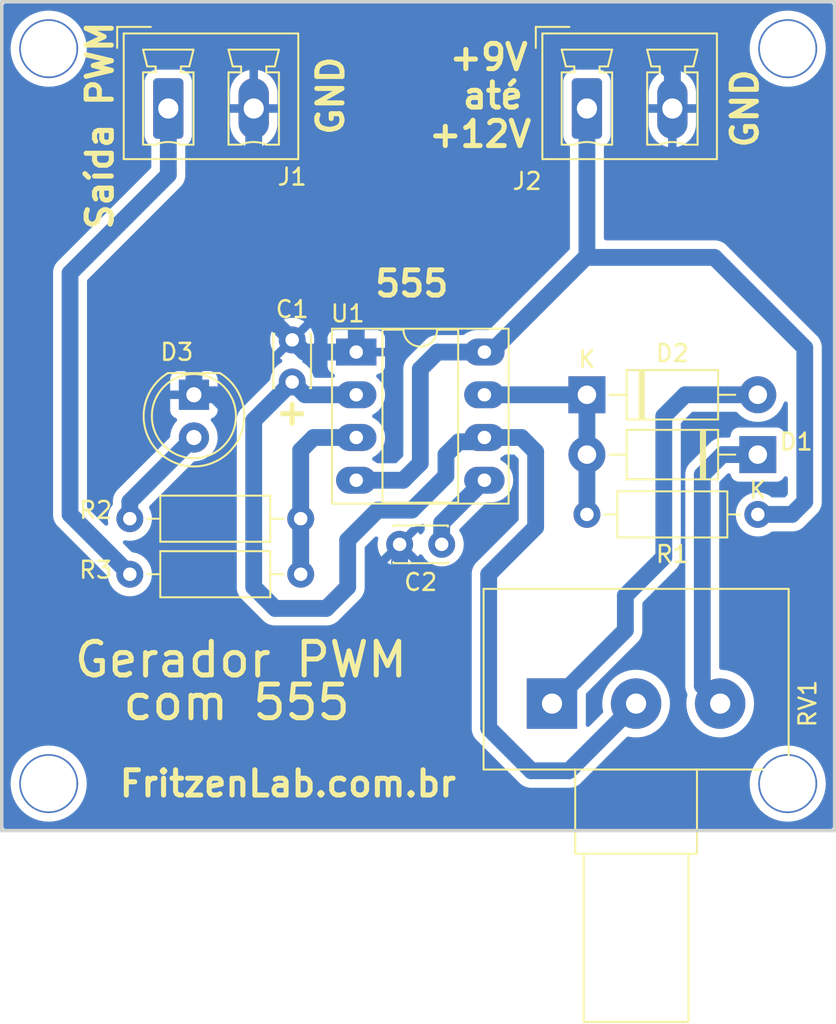
<source format=kicad_pcb>
(kicad_pcb (version 20240108) (generator "pcbnew") (generator_version "8.0")
  (layers (0 "F.Cu" signal) (31 "B.Cu" signal) (34 "B.Paste" user) (35 "F.Paste" user) (36 "B.SilkS" user "B.Silkscreen") (37 "F.SilkS" user "F.Silkscreen") (38 "B.Mask" user) (39 "F.Mask" user) (44 "Edge.Cuts" user))
  (net 0 "")
  (net 1 "VDC")
  (net 2 "Net-(U1-THR)")
  (net 3 "Net-(U1-CV)")
  (net 4 "Net-(D1-A)")
  (net 5 "Net-(D1-K)")
  (net 6 "GND")
  (net 7 "Net-(D2-A)")
  (net 8 "Net-(D3-A)")
  (net 9 "Net-(J1-Pin_1)")
  (net 10 "Net-(U1-Q)")
  (footprint "Diode_THT:D_DO-41_SOD81_P10.16mm_Horizontal" (layer "F.Cu") (at 150.876 107.442)
    (property "Reference" "D2" (at 5.08 -2.47 0) (layer "F.SilkS"))
    (property "Value" "1N4007")
    (fp_line (start 1.34 0) (end 2.36 0) (stroke (width 0.12)) (layer "F.SilkS"))
    (fp_line (start 2.36 -1.47) (end 2.36 1.47) (stroke (width 0.12)) (layer "F.SilkS"))
    (fp_line (start 2.36 1.47) (end 7.8 1.47) (stroke (width 0.12)) (layer "F.SilkS"))
    (fp_line (start 3.14 -1.47) (end 3.14 1.47) (stroke (width 0.12)) (layer "F.SilkS"))
    (fp_line (start 3.26 -1.47) (end 3.26 1.47) (stroke (width 0.12)) (layer "F.SilkS"))
    (fp_line (start 3.38 -1.47) (end 3.38 1.47) (stroke (width 0.12)) (layer "F.SilkS"))
    (fp_line (start 7.8 -1.47) (end 2.36 -1.47) (stroke (width 0.12)) (layer "F.SilkS"))
    (fp_line (start 7.8 1.47) (end 7.8 -1.47) (stroke (width 0.12)) (layer "F.SilkS"))
    (fp_line (start 8.82 0) (end 7.8 0) (stroke (width 0.12)) (layer "F.SilkS"))
    (fp_text user "K" (at 0 -2.1 0) (layer "F.SilkS"))
    (pad "1" thru_hole rect (at 0 0) (size 2.2 2.2) (drill 1.1) (layers "*.Cu" "*.Mask") (net 4 "Net-(D1-A)"))
    (pad "2" thru_hole oval (at 10.16 0) (size 2.2 2.2) (drill 1.1) (layers "*.Cu" "*.Mask") (net 7 "Net-(D2-A)"))
  )
  (footprint "Resistor_THT:R_Axial_DIN0207_L6.3mm_D2.5mm_P10.16mm_Horizontal" (layer "F.Cu") (at 123.698 114.808)
    (property "Reference" "R2" (at -2.032 -0.508 0) (layer "F.SilkS"))
    (property "Value" "1k")
    (fp_line (start 1.04 0) (end 1.81 0) (stroke (width 0.12)) (layer "F.SilkS"))
    (fp_line (start 1.81 -1.37) (end 1.81 1.37) (stroke (width 0.12)) (layer "F.SilkS"))
    (fp_line (start 1.81 1.37) (end 8.35 1.37) (stroke (width 0.12)) (layer "F.SilkS"))
    (fp_line (start 8.35 -1.37) (end 1.81 -1.37) (stroke (width 0.12)) (layer "F.SilkS"))
    (fp_line (start 8.35 1.37) (end 8.35 -1.37) (stroke (width 0.12)) (layer "F.SilkS"))
    (fp_line (start 9.12 0) (end 8.35 0) (stroke (width 0.12)) (layer "F.SilkS"))
    (pad "1" thru_hole circle (at 0 0) (size 1.6 1.6) (drill 0.8) (layers "*.Cu" "*.Mask") (net 8 "Net-(D3-A)"))
    (pad "2" thru_hole oval (at 10.16 0) (size 1.6 1.6) (drill 0.8) (layers "*.Cu" "*.Mask") (net 10 "Net-(U1-Q)"))
  )
  (footprint "Connector_Phoenix_MC_HighVoltage:PhoenixContact_MCV_1,5_2-G-5.08_1x02_P5.08mm_Vertical" (layer "F.Cu") (at 125.984 90.424)
    (property "Reference" "J1" (at 7.366 4.064 0) (layer "F.SilkS"))
    (property "Value" "Saída PWM")
    (fp_line (start -3.04 -4.85) (end -1.04 -4.85) (stroke (width 0.12)) (layer "F.SilkS"))
    (fp_line (start -3.04 -3.6) (end -3.04 -4.85) (stroke (width 0.12)) (layer "F.SilkS"))
    (fp_line (start -2.65 -4.46) (end -2.65 3.01) (stroke (width 0.12)) (layer "F.SilkS"))
    (fp_line (start -2.65 3.01) (end 7.73 3.01) (stroke (width 0.12)) (layer "F.SilkS"))
    (fp_line (start -1.5 -3.5) (end 1.5 -3.5) (stroke (width 0.12)) (layer "F.SilkS"))
    (fp_line (start -1.5 -2.15) (end -0.75 -2.15) (stroke (width 0.12)) (layer "F.SilkS"))
    (fp_line (start -1.5 2.15) (end -1.5 -2.15) (stroke (width 0.12)) (layer "F.SilkS"))
    (fp_line (start -1.25 -2.5) (end -1.5 -3.5) (stroke (width 0.12)) (layer "F.SilkS"))
    (fp_line (start -0.75 -2.5) (end -1.25 -2.5) (stroke (width 0.12)) (layer "F.SilkS"))
    (fp_line (start -0.75 -2.15) (end -0.75 -2.5) (stroke (width 0.12)) (layer "F.SilkS"))
    (fp_line (start -0.75 2.15) (end -1.5 2.15) (stroke (width 0.12)) (layer "F.SilkS"))
    (fp_line (start 0.75 -2.5) (end 0.75 -2.15) (stroke (width 0.12)) (layer "F.SilkS"))
    (fp_line (start 0.75 -2.15) (end 1.5 -2.15) (stroke (width 0.12)) (layer "F.SilkS"))
    (fp_line (start 1.25 -2.5) (end 0.75 -2.5) (stroke (width 0.12)) (layer "F.SilkS"))
    (fp_line (start 1.5 -3.5) (end 1.25 -2.5) (stroke (width 0.12)) (layer "F.SilkS"))
    (fp_line (start 1.5 -2.15) (end 1.5 2.15) (stroke (width 0.12)) (layer "F.SilkS"))
    (fp_line (start 1.5 2.15) (end 0.75 2.15) (stroke (width 0.12)) (layer "F.SilkS"))
    (fp_line (start 3.58 -3.5) (end 6.58 -3.5) (stroke (width 0.12)) (layer "F.SilkS"))
    (fp_line (start 3.58 -2.15) (end 4.33 -2.15) (stroke (width 0.12)) (layer "F.SilkS"))
    (fp_line (start 3.58 2.15) (end 3.58 -2.15) (stroke (width 0.12)) (layer "F.SilkS"))
    (fp_line (start 3.83 -2.5) (end 3.58 -3.5) (stroke (width 0.12)) (layer "F.SilkS"))
    (fp_line (start 4.33 -2.5) (end 3.83 -2.5) (stroke (width 0.12)) (layer "F.SilkS"))
    (fp_line (start 4.33 -2.15) (end 4.33 -2.5) (stroke (width 0.12)) (layer "F.SilkS"))
    (fp_line (start 4.33 2.15) (end 3.58 2.15) (stroke (width 0.12)) (layer "F.SilkS"))
    (fp_line (start 5.83 -2.5) (end 5.83 -2.15) (stroke (width 0.12)) (layer "F.SilkS"))
    (fp_line (start 5.83 -2.15) (end 6.58 -2.15) (stroke (width 0.12)) (layer "F.SilkS"))
    (fp_line (start 6.33 -2.5) (end 5.83 -2.5) (stroke (width 0.12)) (layer "F.SilkS"))
    (fp_line (start 6.58 -3.5) (end 6.33 -2.5) (stroke (width 0.12)) (layer "F.SilkS"))
    (fp_line (start 6.58 -2.15) (end 6.58 2.15) (stroke (width 0.12)) (layer "F.SilkS"))
    (fp_line (start 6.58 2.15) (end 5.83 2.15) (stroke (width 0.12)) (layer "F.SilkS"))
    (fp_line (start 7.73 -4.46) (end -2.65 -4.46) (stroke (width 0.12)) (layer "F.SilkS"))
    (fp_line (start 7.73 3.01) (end 7.73 -4.46) (stroke (width 0.12)) (layer "F.SilkS"))
    (fp_arc (start -0.75 2.15) (mid -0.000193 1.99191) (end 0.749647 2.149844) (stroke (width 0.12)) (layer "F.SilkS"))
    (fp_arc (start 4.33 2.15) (mid 5.079807 1.99191) (end 5.829647 2.149844) (stroke (width 0.12)) (layer "F.SilkS"))
    (pad "1" thru_hole roundrect (at 0 0) (size 1.8 3.6) (drill 1.2) (layers "*.Cu" "*.Mask") (roundrect_rratio 0.138889) (net 9 "Net-(J1-Pin_1)"))
    (pad "2" thru_hole oval (at 5.08 0) (size 1.8 3.6) (drill 1.2) (layers "*.Cu" "*.Mask") (net 6 "GND"))
  )
  (footprint "Connector_Phoenix_MC_HighVoltage:PhoenixContact_MCV_1,5_2-G-5.08_1x02_P5.08mm_Vertical" (layer "F.Cu") (at 150.876 90.424)
    (property "Reference" "J2" (at -3.556 4.318 0) (layer "F.SilkS"))
    (property "Value" "Alimentação")
    (fp_line (start -3.04 -4.85) (end -1.04 -4.85) (stroke (width 0.12)) (layer "F.SilkS"))
    (fp_line (start -3.04 -3.6) (end -3.04 -4.85) (stroke (width 0.12)) (layer "F.SilkS"))
    (fp_line (start -2.65 -4.46) (end -2.65 3.01) (stroke (width 0.12)) (layer "F.SilkS"))
    (fp_line (start -2.65 3.01) (end 7.73 3.01) (stroke (width 0.12)) (layer "F.SilkS"))
    (fp_line (start -1.5 -3.5) (end 1.5 -3.5) (stroke (width 0.12)) (layer "F.SilkS"))
    (fp_line (start -1.5 -2.15) (end -0.75 -2.15) (stroke (width 0.12)) (layer "F.SilkS"))
    (fp_line (start -1.5 2.15) (end -1.5 -2.15) (stroke (width 0.12)) (layer "F.SilkS"))
    (fp_line (start -1.25 -2.5) (end -1.5 -3.5) (stroke (width 0.12)) (layer "F.SilkS"))
    (fp_line (start -0.75 -2.5) (end -1.25 -2.5) (stroke (width 0.12)) (layer "F.SilkS"))
    (fp_line (start -0.75 -2.15) (end -0.75 -2.5) (stroke (width 0.12)) (layer "F.SilkS"))
    (fp_line (start -0.75 2.15) (end -1.5 2.15) (stroke (width 0.12)) (layer "F.SilkS"))
    (fp_line (start 0.75 -2.5) (end 0.75 -2.15) (stroke (width 0.12)) (layer "F.SilkS"))
    (fp_line (start 0.75 -2.15) (end 1.5 -2.15) (stroke (width 0.12)) (layer "F.SilkS"))
    (fp_line (start 1.25 -2.5) (end 0.75 -2.5) (stroke (width 0.12)) (layer "F.SilkS"))
    (fp_line (start 1.5 -3.5) (end 1.25 -2.5) (stroke (width 0.12)) (layer "F.SilkS"))
    (fp_line (start 1.5 -2.15) (end 1.5 2.15) (stroke (width 0.12)) (layer "F.SilkS"))
    (fp_line (start 1.5 2.15) (end 0.75 2.15) (stroke (width 0.12)) (layer "F.SilkS"))
    (fp_line (start 3.58 -3.5) (end 6.58 -3.5) (stroke (width 0.12)) (layer "F.SilkS"))
    (fp_line (start 3.58 -2.15) (end 4.33 -2.15) (stroke (width 0.12)) (layer "F.SilkS"))
    (fp_line (start 3.58 2.15) (end 3.58 -2.15) (stroke (width 0.12)) (layer "F.SilkS"))
    (fp_line (start 3.83 -2.5) (end 3.58 -3.5) (stroke (width 0.12)) (layer "F.SilkS"))
    (fp_line (start 4.33 -2.5) (end 3.83 -2.5) (stroke (width 0.12)) (layer "F.SilkS"))
    (fp_line (start 4.33 -2.15) (end 4.33 -2.5) (stroke (width 0.12)) (layer "F.SilkS"))
    (fp_line (start 4.33 2.15) (end 3.58 2.15) (stroke (width 0.12)) (layer "F.SilkS"))
    (fp_line (start 5.83 -2.5) (end 5.83 -2.15) (stroke (width 0.12)) (layer "F.SilkS"))
    (fp_line (start 5.83 -2.15) (end 6.58 -2.15) (stroke (width 0.12)) (layer "F.SilkS"))
    (fp_line (start 6.33 -2.5) (end 5.83 -2.5) (stroke (width 0.12)) (layer "F.SilkS"))
    (fp_line (start 6.58 -3.5) (end 6.33 -2.5) (stroke (width 0.12)) (layer "F.SilkS"))
    (fp_line (start 6.58 -2.15) (end 6.58 2.15) (stroke (width 0.12)) (layer "F.SilkS"))
    (fp_line (start 6.58 2.15) (end 5.83 2.15) (stroke (width 0.12)) (layer "F.SilkS"))
    (fp_line (start 7.73 -4.46) (end -2.65 -4.46) (stroke (width 0.12)) (layer "F.SilkS"))
    (fp_line (start 7.73 3.01) (end 7.73 -4.46) (stroke (width 0.12)) (layer "F.SilkS"))
    (fp_arc (start -0.75 2.15) (mid -0.000193 1.99191) (end 0.749647 2.149844) (stroke (width 0.12)) (layer "F.SilkS"))
    (fp_arc (start 4.33 2.15) (mid 5.079807 1.99191) (end 5.829647 2.149844) (stroke (width 0.12)) (layer "F.SilkS"))
    (pad "1" thru_hole roundrect (at 0 0) (size 1.8 3.6) (drill 1.2) (layers "*.Cu" "*.Mask") (roundrect_rratio 0.138889) (net 1 "VDC"))
    (pad "2" thru_hole oval (at 5.08 0) (size 1.8 3.6) (drill 1.2) (layers "*.Cu" "*.Mask") (net 6 "GND"))
  )
  (footprint "Resistor_THT:R_Axial_DIN0207_L6.3mm_D2.5mm_P10.16mm_Horizontal" (layer "F.Cu") (at 161.036 114.554 180)
    (property "Reference" "R1" (at 5.08 -2.37 180) (layer "F.SilkS"))
    (property "Value" "1k")
    (fp_line (start 9.12 0) (end 8.35 0) (stroke (width 0.12)) (layer "F.SilkS"))
    (fp_line (start 8.35 1.37) (end 8.35 -1.37) (stroke (width 0.12)) (layer "F.SilkS"))
    (fp_line (start 8.35 -1.37) (end 1.81 -1.37) (stroke (width 0.12)) (layer "F.SilkS"))
    (fp_line (start 1.81 1.37) (end 8.35 1.37) (stroke (width 0.12)) (layer "F.SilkS"))
    (fp_line (start 1.81 -1.37) (end 1.81 1.37) (stroke (width 0.12)) (layer "F.SilkS"))
    (fp_line (start 1.04 0) (end 1.81 0) (stroke (width 0.12)) (layer "F.SilkS"))
    (pad "1" thru_hole circle (at 0 0 180) (size 1.6 1.6) (drill 0.8) (layers "*.Cu" "*.Mask") (net 1 "VDC"))
    (pad "2" thru_hole oval (at 10.16 0 180) (size 1.6 1.6) (drill 0.8) (layers "*.Cu" "*.Mask") (net 4 "Net-(D1-A)"))
  )
  (footprint "Resistor_THT:R_Axial_DIN0207_L6.3mm_D2.5mm_P10.16mm_Horizontal" (layer "F.Cu") (at 123.698 118.11)
    (property "Reference" "R3" (at -2.032 -0.254 0) (layer "F.SilkS"))
    (property "Value" "470r")
    (fp_line (start 1.04 0) (end 1.81 0) (stroke (width 0.12)) (layer "F.SilkS"))
    (fp_line (start 1.81 -1.37) (end 1.81 1.37) (stroke (width 0.12)) (layer "F.SilkS"))
    (fp_line (start 1.81 1.37) (end 8.35 1.37) (stroke (width 0.12)) (layer "F.SilkS"))
    (fp_line (start 8.35 -1.37) (end 1.81 -1.37) (stroke (width 0.12)) (layer "F.SilkS"))
    (fp_line (start 8.35 1.37) (end 8.35 -1.37) (stroke (width 0.12)) (layer "F.SilkS"))
    (fp_line (start 9.12 0) (end 8.35 0) (stroke (width 0.12)) (layer "F.SilkS"))
    (pad "1" thru_hole circle (at 0 0) (size 1.6 1.6) (drill 0.8) (layers "*.Cu" "*.Mask") (net 9 "Net-(J1-Pin_1)"))
    (pad "2" thru_hole oval (at 10.16 0) (size 1.6 1.6) (drill 0.8) (layers "*.Cu" "*.Mask") (net 10 "Net-(U1-Q)"))
  )
  (footprint "Potentiometer_THT:Potentiometer_Alps_RK163_Single_Horizontal" (layer "F.Cu") (at 148.8 125.8 90)
    (property "Reference" "RV1" (at 0 15.2 90) (layer "F.SilkS"))
    (property "Value" "1k")
    (fp_line (start 6.82 -4.07) (end -3.92 -4.07) (stroke (width 0.12)) (layer "F.SilkS"))
    (fp_line (start -3.92 1.38) (end -8.92 1.38) (stroke (width 0.12)) (layer "F.SilkS"))
    (fp_line (start -8.92 1.88) (end -18.92 1.88) (stroke (width 0.12)) (layer "F.SilkS"))
    (fp_line (start -8.92 8.12) (end -18.92 8.12) (stroke (width 0.12)) (layer "F.SilkS"))
    (fp_line (start -18.92 8.12) (end -18.92 1.88) (stroke (width 0.12)) (layer "F.SilkS"))
    (fp_line (start -3.92 8.62) (end -8.92 8.62) (stroke (width 0.12)) (layer "F.SilkS"))
    (fp_line (start -8.92 8.62) (end -8.92 1.38) (stroke (width 0.12)) (layer "F.SilkS"))
    (fp_line (start 6.82 14.07) (end 6.82 -4.07) (stroke (width 0.12)) (layer "F.SilkS"))
    (fp_line (start 6.82 14.07) (end -3.92 14.07) (stroke (width 0.12)) (layer "F.SilkS"))
    (fp_line (start -3.92 14.07) (end -3.92 -4.07) (stroke (width 0.12)) (layer "F.SilkS"))
    (pad "1" thru_hole rect (at 0 0 270) (size 3 3) (drill 1.2) (layers "*.Cu" "*.Mask") (net 7 "Net-(D2-A)"))
    (pad "2" thru_hole circle (at 0 5 270) (size 3 3) (drill 1.2) (layers "*.Cu" "*.Mask") (net 2 "Net-(U1-THR)"))
    (pad "3" thru_hole circle (at 0 10 270) (size 3 3) (drill 1.2) (layers "*.Cu" "*.Mask") (net 5 "Net-(D1-K)"))
  )
  (footprint "Package_DIP:DIP-8_W7.62mm_Socket_LongPads" (layer "F.Cu") (at 137.16 104.902)
    (property "Reference" "U1" (at -0.508 -2.286 0) (layer "F.SilkS"))
    (property "Value" "NE555")
    (fp_line (start -1.44 -1.39) (end -1.44 9.01) (stroke (width 0.12)) (layer "F.SilkS"))
    (fp_line (start -1.44 9.01) (end 9.06 9.01) (stroke (width 0.12)) (layer "F.SilkS"))
    (fp_line (start 1.56 -1.33) (end 1.56 8.95) (stroke (width 0.12)) (layer "F.SilkS"))
    (fp_line (start 1.56 8.95) (end 6.06 8.95) (stroke (width 0.12)) (layer "F.SilkS"))
    (fp_line (start 2.81 -1.33) (end 1.56 -1.33) (stroke (width 0.12)) (layer "F.SilkS"))
    (fp_line (start 6.06 -1.33) (end 4.81 -1.33) (stroke (width 0.12)) (layer "F.SilkS"))
    (fp_line (start 6.06 8.95) (end 6.06 -1.33) (stroke (width 0.12)) (layer "F.SilkS"))
    (fp_line (start 9.06 -1.39) (end -1.44 -1.39) (stroke (width 0.12)) (layer "F.SilkS"))
    (fp_line (start 9.06 9.01) (end 9.06 -1.39) (stroke (width 0.12)) (layer "F.SilkS"))
    (fp_arc (start 4.81 -1.33) (mid 3.81 -0.33) (end 2.81 -1.33) (stroke (width 0.12)) (layer "F.SilkS"))
    (pad "1" thru_hole rect (at 0 0) (size 2.4 1.6) (drill 0.8) (layers "*.Cu" "*.Mask") (net 6 "GND"))
    (pad "2" thru_hole oval (at 0 2.54) (size 2.4 1.6) (drill 0.8) (layers "*.Cu" "*.Mask") (net 2 "Net-(U1-THR)"))
    (pad "3" thru_hole oval (at 0 5.08) (size 2.4 1.6) (drill 0.8) (layers "*.Cu" "*.Mask") (net 10 "Net-(U1-Q)"))
    (pad "4" thru_hole oval (at 0 7.62) (size 2.4 1.6) (drill 0.8) (layers "*.Cu" "*.Mask") (net 1 "VDC"))
    (pad "5" thru_hole oval (at 7.62 7.62) (size 2.4 1.6) (drill 0.8) (layers "*.Cu" "*.Mask") (net 3 "Net-(U1-CV)"))
    (pad "6" thru_hole oval (at 7.62 5.08) (size 2.4 1.6) (drill 0.8) (layers "*.Cu" "*.Mask") (net 2 "Net-(U1-THR)"))
    (pad "7" thru_hole oval (at 7.62 2.54) (size 2.4 1.6) (drill 0.8) (layers "*.Cu" "*.Mask") (net 4 "Net-(D1-A)"))
    (pad "8" thru_hole oval (at 7.62 0) (size 2.4 1.6) (drill 0.8) (layers "*.Cu" "*.Mask") (net 1 "VDC"))
  )
  (footprint "LED_THT:LED_D5.0mm_Clear" (layer "F.Cu") (at 127.508 107.442 -90)
    (property "Reference" "D3" (at -2.54 1.016 0) (layer "F.SilkS"))
    (property "Value" "LED Verm.")
    (fp_line (start -1.29 -1.545) (end -1.29 1.545) (stroke (width 0.12)) (layer "F.SilkS"))
    (fp_arc (start 4.26 -0.000462) (mid 2.072002 2.880433) (end -1.29 1.54483) (stroke (width 0.12)) (layer "F.SilkS"))
    (fp_arc (start -1.29 -1.54483) (mid 2.072002 -2.880433) (end 4.26 0.000462) (stroke (width 0.12)) (layer "F.SilkS"))
    (fp_circle (center 1.27 0) (end 3.77 0) (stroke (width 0.12)) (fill none) (layer "F.SilkS"))
    (pad "1" thru_hole rect (at 0 0 270) (size 1.8 1.8) (drill 0.9) (layers "*.Cu" "*.Mask") (net 6 "GND"))
    (pad "2" thru_hole circle (at 2.54 0 270) (size 1.8 1.8) (drill 0.9) (layers "*.Cu" "*.Mask") (net 8 "Net-(D3-A)"))
  )
  (footprint "Diode_THT:D_DO-41_SOD81_P10.16mm_Horizontal" (layer "F.Cu") (at 161.036 110.998 180)
    (property "Reference" "D1" (at -2.286 0.762 180) (layer "F.SilkS"))
    (property "Value" "1N4007")
    (fp_line (start 8.82 0) (end 7.8 0) (stroke (width 0.12)) (layer "F.SilkS"))
    (fp_line (start 7.8 1.47) (end 7.8 -1.47) (stroke (width 0.12)) (layer "F.SilkS"))
    (fp_line (start 7.8 -1.47) (end 2.36 -1.47) (stroke (width 0.12)) (layer "F.SilkS"))
    (fp_line (start 3.38 -1.47) (end 3.38 1.47) (stroke (width 0.12)) (layer "F.SilkS"))
    (fp_line (start 3.26 -1.47) (end 3.26 1.47) (stroke (width 0.12)) (layer "F.SilkS"))
    (fp_line (start 3.14 -1.47) (end 3.14 1.47) (stroke (width 0.12)) (layer "F.SilkS"))
    (fp_line (start 2.36 1.47) (end 7.8 1.47) (stroke (width 0.12)) (layer "F.SilkS"))
    (fp_line (start 2.36 -1.47) (end 2.36 1.47) (stroke (width 0.12)) (layer "F.SilkS"))
    (fp_line (start 1.34 0) (end 2.36 0) (stroke (width 0.12)) (layer "F.SilkS"))
    (fp_text user "K" (at 0 -2.1 180) (layer "F.SilkS"))
    (pad "1" thru_hole rect (at 0 0 180) (size 2.2 2.2) (drill 1.1) (layers "*.Cu" "*.Mask") (net 5 "Net-(D1-K)"))
    (pad "2" thru_hole oval (at 10.16 0 180) (size 2.2 2.2) (drill 1.1) (layers "*.Cu" "*.Mask") (net 4 "Net-(D1-A)"))
  )
  (footprint "Capacitor_THT:C_Disc_D3.0mm_W2.0mm_P2.50mm" (layer "F.Cu") (at 133.35 106.68 90)
    (property "Reference" "C1" (at 4.318 0 180) (layer "F.SilkS"))
    (property "Value" "100n")
    (fp_line (start 2.87 -1.12) (end 2.87 -1.055) (stroke (width 0.12)) (layer "F.SilkS"))
    (fp_line (start -0.37 -1.12) (end 2.87 -1.12) (stroke (width 0.12)) (layer "F.SilkS"))
    (fp_line (start -0.37 -1.12) (end -0.37 -1.055) (stroke (width 0.12)) (layer "F.SilkS"))
    (fp_line (start 2.87 1.055) (end 2.87 1.12) (stroke (width 0.12)) (layer "F.SilkS"))
    (fp_line (start -0.37 1.055) (end -0.37 1.12) (stroke (width 0.12)) (layer "F.SilkS"))
    (fp_line (start -0.37 1.12) (end 2.87 1.12) (stroke (width 0.12)) (layer "F.SilkS"))
    (pad "1" thru_hole circle (at 0 0 90) (size 1.6 1.6) (drill 0.8) (layers "*.Cu" "*.Mask") (net 2 "Net-(U1-THR)"))
    (pad "2" thru_hole circle (at 2.5 0 90) (size 1.6 1.6) (drill 0.8) (layers "*.Cu" "*.Mask") (net 6 "GND"))
  )
  (footprint "Capacitor_THT:C_Disc_D3.0mm_W2.0mm_P2.50mm" (layer "F.Cu") (at 142.24 116.332 180)
    (property "Reference" "C2" (at 1.25 -2.25 180) (layer "F.SilkS"))
    (property "Value" "100n")
    (fp_line (start 2.87 1.055) (end 2.87 1.12) (stroke (width 0.12)) (layer "F.SilkS"))
    (fp_line (start 2.87 -1.12) (end 2.87 -1.055) (stroke (width 0.12)) (layer "F.SilkS"))
    (fp_line (start -0.37 1.12) (end 2.87 1.12) (stroke (width 0.12)) (layer "F.SilkS"))
    (fp_line (start -0.37 1.055) (end -0.37 1.12) (stroke (width 0.12)) (layer "F.SilkS"))
    (fp_line (start -0.37 -1.12) (end 2.87 -1.12) (stroke (width 0.12)) (layer "F.SilkS"))
    (fp_line (start -0.37 -1.12) (end -0.37 -1.055) (stroke (width 0.12)) (layer "F.SilkS"))
    (pad "1" thru_hole circle (at 0 0 180) (size 1.6 1.6) (drill 0.8) (layers "*.Cu" "*.Mask") (net 3 "Net-(U1-CV)"))
    (pad "2" thru_hole circle (at 2.5 0 180) (size 1.6 1.6) (drill 0.8) (layers "*.Cu" "*.Mask") (net 6 "GND"))
  )
  (gr_line (start 165.608 133.35) (end 116.078 133.35) (stroke (width 0.2)) (layer "Edge.Cuts"))
  (gr_line (start 116.078 84.074) (end 165.608 84.074) (stroke (width 0.2)) (layer "Edge.Cuts"))
  (gr_line (start 116.078 133.35) (end 116.078 84.074) (stroke (width 0.2)) (layer "Edge.Cuts"))
  (gr_line (start 165.608 84.074) (end 165.608 133.35) (stroke (width 0.2)) (layer "Edge.Cuts"))
  (gr_text "GND" (at 160.274 90.424 90) (layer "F.SilkS") (effects (font (size 1.5 1.5) (thickness 0.3))))
  (gr_text "com 555" (at 130.048 125.73 0) (layer "F.SilkS") (effects (font (size 2 2) (thickness 0.3))))
  (gr_text "+9V" (at 145.034 87.376 0) (layer "F.SilkS") (effects (font (size 1.5 1.5) (thickness 0.3))))
  (gr_text "555" (at 140.462 100.838 0) (layer "F.SilkS") (effects (font (size 1.5 1.5) (thickness 0.3))))
  (gr_text "até" (at 145.288 89.662 0) (layer "F.SilkS") (effects (font (size 1.5 1.5) (thickness 0.3))))
  (gr_text "GND" (at 135.636 89.662 90) (layer "F.SilkS") (effects (font (size 1.5 1.5) (thickness 0.3))))
  (gr_text "+12V" (at 144.526 91.948 0) (layer "F.SilkS") (effects (font (size 1.5 1.5) (thickness 0.3))))
  (gr_text "Saída PWM" (at 121.92 91.44 90) (layer "F.SilkS") (effects (font (size 1.5 1.5) (thickness 0.3))))
  (gr_text "FritzenLab.com.br" (at 133.096 130.556 0) (layer "F.SilkS") (effects (font (size 1.5 1.5) (thickness 0.3))))
  (gr_text "+" (at 133.35 108.458 0) (layer "F.SilkS") (effects (font (size 1.5 1.5) (thickness 0.3))))
  (gr_text "Gerador PWM" (at 130.302 123.19 0) (layer "F.SilkS") (effects (font (size 2 2) (thickness 0.3))))
  (via (at 162.814 86.868) (size 3.5) (drill 3.3) (layers "F.Cu" "B.Cu") (net 0))
  (via (at 118.872 130.556) (size 3.5) (drill 3.3) (layers "F.Cu" "B.Cu") (net 0))
  (via (at 118.872 86.868) (size 3.5) (drill 3.3) (layers "F.Cu" "B.Cu") (net 0))
  (via (at 162.814 130.556) (size 3.5) (drill 3.3) (layers "F.Cu" "B.Cu") (net 0))
  (segment (start 140.97 111.506) (end 140.97 108.312) (width 1) (layer "B.Cu") (net 1))
  (segment (start 161.036 114.554) (end 163.068 114.554) (width 1) (layer "B.Cu") (net 1))
  (segment (start 144.78 104.902) (end 141.986 104.902) (width 1) (layer "B.Cu") (net 1))
  (segment (start 163.068 114.554) (end 163.83 113.792) (width 1) (layer "B.Cu") (net 1))
  (segment (start 141.986 104.902) (end 140.97 105.918) (width 1) (layer "B.Cu") (net 1))
  (segment (start 140.97 105.918) (end 140.97 108.312) (width 1) (layer "B.Cu") (net 1))
  (segment (start 145.18 104.902) (end 144.78 104.902) (width 1) (layer "B.Cu") (net 1))
  (segment (start 158.456 99.274) (end 150.944 99.274) (width 1) (layer "B.Cu") (net 1))
  (segment (start 163.83 104.648) (end 163.83 113.792) (width 1) (layer "B.Cu") (net 1))
  (segment (start 150.876 90.424) (end 150.876 99.206) (width 1) (layer "B.Cu") (net 1))
  (segment (start 139.954 112.522) (end 140.97 111.506) (width 1) (layer "B.Cu") (net 1))
  (segment (start 137.16 112.522) (end 137.56 112.522) (width 1) (layer "B.Cu") (net 1))
  (segment (start 150.944 99.274) (end 150.876 99.206) (width 1) (layer "B.Cu") (net 1))
  (segment (start 158.456 99.274) (end 163.83 104.648) (width 1) (layer "B.Cu") (net 1))
  (segment (start 137.56 112.522) (end 139.954 112.522) (width 1) (layer "B.Cu") (net 1))
  (segment (start 150.876 99.206) (end 145.18 104.902) (width 1) (layer "B.Cu") (net 1))
  (segment (start 144.78 109.982) (end 146.98 109.982) (width 1) (layer "B.Cu") (net 2))
  (segment (start 131.064 118.872) (end 131.064 108.966) (width 1) (layer "B.Cu") (net 2))
  (segment (start 137.16 107.442) (end 134.112 107.442) (width 1) (layer "B.Cu") (net 2))
  (segment (start 140.462 114.3) (end 138.43 114.3) (width 1) (layer "B.Cu") (net 2))
  (segment (start 142.494 110.998) (end 142.494 112.268) (width 1) (layer "B.Cu") (net 2))
  (segment (start 149.806 129.794) (end 153.8 125.8) (width 1) (layer "B.Cu") (net 2))
  (segment (start 132.334 120.142) (end 131.064 118.872) (width 1) (layer "B.Cu") (net 2))
  (segment (start 131.064 108.966) (end 133.35 106.68) (width 1) (layer "B.Cu") (net 2))
  (segment (start 143.93707 110.236) (end 143.256 110.236) (width 1) (layer "B.Cu") (net 2))
  (segment (start 143.256 110.236) (end 142.494 110.998) (width 1) (layer "B.Cu") (net 2))
  (segment (start 145.034 118.11) (end 145.034 127.254) (width 1) (layer "B.Cu") (net 2))
  (segment (start 146.98 109.982) (end 147.828 110.83) (width 1) (layer "B.Cu") (net 2))
  (segment (start 142.494 112.268) (end 140.462 114.3) (width 1) (layer "B.Cu") (net 2))
  (segment (start 147.828 115.316) (end 145.034 118.11) (width 1) (layer "B.Cu") (net 2))
  (segment (start 147.828 110.83) (end 147.828 115.316) (width 1) (layer "B.Cu") (net 2))
  (segment (start 135.382 120.142) (end 132.334 120.142) (width 1) (layer "B.Cu") (net 2))
  (segment (start 144.19107 109.982) (end 143.93707 110.236) (width 1) (layer "B.Cu") (net 2))
  (segment (start 136.652 118.872) (end 135.382 120.142) (width 1) (layer "B.Cu") (net 2))
  (segment (start 134.112 107.442) (end 133.35 106.68) (width 1) (layer "B.Cu") (net 2))
  (segment (start 138.43 114.3) (end 136.652 116.078) (width 1) (layer "B.Cu") (net 2))
  (segment (start 136.652 116.078) (end 136.652 118.872) (width 1) (layer "B.Cu") (net 2))
  (segment (start 145.034 127.254) (end 147.574 129.794) (width 1) (layer "B.Cu") (net 2))
  (segment (start 144.78 109.982) (end 144.19107 109.982) (width 1) (layer "B.Cu") (net 2))
  (segment (start 147.574 129.794) (end 149.806 129.794) (width 1) (layer "B.Cu") (net 2))
  (segment (start 142.24 115.062) (end 144.78 112.522) (width 1) (layer "B.Cu") (net 3))
  (segment (start 142.24 116.332) (end 142.24 115.062) (width 1) (layer "B.Cu") (net 3))
  (segment (start 150.876 114.554) (end 150.876 107.442) (width 1) (layer "B.Cu") (net 4))
  (segment (start 150.876 107.442) (end 144.78 107.442) (width 1) (layer "B.Cu") (net 4))
  (segment (start 157.734 112.2) (end 157.734 124.734) (width 1) (layer "B.Cu") (net 5))
  (segment (start 161.036 110.998) (end 158.936 110.998) (width 1) (layer "B.Cu") (net 5))
  (segment (start 158.936 110.998) (end 157.734 112.2) (width 1) (layer "B.Cu") (net 5))
  (segment (start 157.734 124.734) (end 158.8 125.8) (width 1) (layer "B.Cu") (net 5))
  (segment (start 131.065001 101.984999) (end 131.065001 101.895001) (width 1) (layer "B.Cu") (net 6))
  (segment (start 137.922 122.174) (end 139.74 120.356) (width 1) (layer "B.Cu") (net 6))
  (segment (start 127.508 107.442) (end 127.508 105.542) (width 1) (layer "B.Cu") (net 6))
  (segment (start 154.77532 87.122) (end 140.208 87.122) (width 1) (layer "B.Cu") (net 6))
  (segment (start 140.208 87.122) (end 137.16 90.17) (width 1) (layer "B.Cu") (net 6))
  (segment (start 134.072 104.902) (end 133.35 104.18) (width 1) (layer "B.Cu") (net 6))
  (segment (start 155.956 88.30268) (end 154.77532 87.122) (width 1) (layer "B.Cu") (net 6))
  (segment (start 131.065001 101.895001) (end 133.35 104.18) (width 1) (layer "B.Cu") (net 6))
  (segment (start 155.956 90.424) (end 155.956 88.30268) (width 1) (layer "B.Cu") (net 6))
  (segment (start 127.508 105.542) (end 131.065001 101.984999) (width 1) (layer "B.Cu") (net 6))
  (segment (start 137.16 90.17) (end 137.16 104.902) (width 1) (layer "B.Cu") (net 6))
  (segment (start 139.74 120.356) (end 139.74 116.332) (width 1) (layer "B.Cu") (net 6))
  (segment (start 129.54 108.204) (end 129.54 120.904) (width 1) (layer "B.Cu") (net 6))
  (segment (start 127.508 107.442) (end 128.778 107.442) (width 1) (layer "B.Cu") (net 6))
  (segment (start 130.81 122.174) (end 137.922 122.174) (width 1) (layer "B.Cu") (net 6))
  (segment (start 128.778 107.442) (end 129.54 108.204) (width 1) (layer "B.Cu") (net 6))
  (segment (start 129.54 120.904) (end 130.81 122.174) (width 1) (layer "B.Cu") (net 6))
  (segment (start 131.065001 91.870001) (end 131.065001 101.895001) (width 1) (layer "B.Cu") (net 6))
  (segment (start 137.16 104.902) (end 134.072 104.902) (width 1) (layer "B.Cu") (net 6))
  (segment (start 153.162 121.438) (end 148.8 125.8) (width 1) (layer "B.Cu") (net 7))
  (segment (start 153.162 119.38) (end 153.162 121.438) (width 1) (layer "B.Cu") (net 7))
  (segment (start 156.718 107.442) (end 155.448 108.712) (width 1) (layer "B.Cu") (net 7))
  (segment (start 155.448 117.094) (end 153.162 119.38) (width 1) (layer "B.Cu") (net 7))
  (segment (start 155.448 108.712) (end 155.448 117.094) (width 1) (layer "B.Cu") (net 7))
  (segment (start 161.036 107.442) (end 156.718 107.442) (width 1) (layer "B.Cu") (net 7))
  (segment (start 123.698 113.792) (end 127.508 109.982) (width 1) (layer "B.Cu") (net 8))
  (segment (start 123.698 114.808) (end 123.698 113.792) (width 1) (layer "B.Cu") (net 8))
  (segment (start 120.142 100.213002) (end 120.142 114.554) (width 1) (layer "B.Cu") (net 9))
  (segment (start 120.142 114.554) (end 123.698 118.11) (width 1) (layer "B.Cu") (net 9))
  (segment (start 125.985001 91.870001) (end 125.985001 94.370001) (width 1) (layer "B.Cu") (net 9))
  (segment (start 125.985001 94.370001) (end 120.142 100.213002) (width 1) (layer "B.Cu") (net 9))
  (segment (start 133.858 118.11) (end 133.858 114.808) (width 1) (layer "B.Cu") (net 10))
  (segment (start 137.16 109.982) (end 134.62 109.982) (width 1) (layer "B.Cu") (net 10))
  (segment (start 134.62 109.982) (end 133.858 110.744) (width 1) (layer "B.Cu") (net 10))
  (segment (start 133.858 110.744) (end 133.858 114.808) (width 1) (layer "B.Cu") (net 10))
  (zone (net 6) (net_name "GND") (layer "B.Cu") (connect_pads (clearance 0.508)) (min_thickness 0.254) (fill yes (thermal_gap 0.508) (thermal_bridge_width 0.508))
    (polygon (pts (xy 116.078 133.35) (xy 165.608 133.35) (xy 165.608 84.074) (xy 116.078 84.074)))
  )
)
</source>
